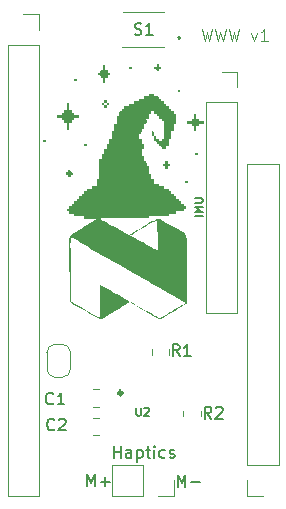
<source format=gbr>
%TF.GenerationSoftware,KiCad,Pcbnew,7.0.5-0*%
%TF.CreationDate,2023-07-31T21:18:35+02:00*%
%TF.ProjectId,wireless-wizard-wand,77697265-6c65-4737-932d-77697a617264,rev?*%
%TF.SameCoordinates,Original*%
%TF.FileFunction,Legend,Top*%
%TF.FilePolarity,Positive*%
%FSLAX46Y46*%
G04 Gerber Fmt 4.6, Leading zero omitted, Abs format (unit mm)*
G04 Created by KiCad (PCBNEW 7.0.5-0) date 2023-07-31 21:18:35*
%MOMM*%
%LPD*%
G01*
G04 APERTURE LIST*
%ADD10C,0.200000*%
%ADD11C,0.175000*%
%ADD12C,0.125000*%
%ADD13C,0.150000*%
%ADD14C,0.120000*%
%ADD15C,0.100000*%
%ADD16C,0.325000*%
G04 APERTURE END LIST*
D10*
X91069673Y-66467219D02*
X91069673Y-65467219D01*
X91069673Y-65943409D02*
X91641101Y-65943409D01*
X91641101Y-66467219D02*
X91641101Y-65467219D01*
X92545863Y-66467219D02*
X92545863Y-65943409D01*
X92545863Y-65943409D02*
X92498244Y-65848171D01*
X92498244Y-65848171D02*
X92403006Y-65800552D01*
X92403006Y-65800552D02*
X92212530Y-65800552D01*
X92212530Y-65800552D02*
X92117292Y-65848171D01*
X92545863Y-66419600D02*
X92450625Y-66467219D01*
X92450625Y-66467219D02*
X92212530Y-66467219D01*
X92212530Y-66467219D02*
X92117292Y-66419600D01*
X92117292Y-66419600D02*
X92069673Y-66324361D01*
X92069673Y-66324361D02*
X92069673Y-66229123D01*
X92069673Y-66229123D02*
X92117292Y-66133885D01*
X92117292Y-66133885D02*
X92212530Y-66086266D01*
X92212530Y-66086266D02*
X92450625Y-66086266D01*
X92450625Y-66086266D02*
X92545863Y-66038647D01*
X93022054Y-65800552D02*
X93022054Y-66800552D01*
X93022054Y-65848171D02*
X93117292Y-65800552D01*
X93117292Y-65800552D02*
X93307768Y-65800552D01*
X93307768Y-65800552D02*
X93403006Y-65848171D01*
X93403006Y-65848171D02*
X93450625Y-65895790D01*
X93450625Y-65895790D02*
X93498244Y-65991028D01*
X93498244Y-65991028D02*
X93498244Y-66276742D01*
X93498244Y-66276742D02*
X93450625Y-66371980D01*
X93450625Y-66371980D02*
X93403006Y-66419600D01*
X93403006Y-66419600D02*
X93307768Y-66467219D01*
X93307768Y-66467219D02*
X93117292Y-66467219D01*
X93117292Y-66467219D02*
X93022054Y-66419600D01*
X93783959Y-65800552D02*
X94164911Y-65800552D01*
X93926816Y-65467219D02*
X93926816Y-66324361D01*
X93926816Y-66324361D02*
X93974435Y-66419600D01*
X93974435Y-66419600D02*
X94069673Y-66467219D01*
X94069673Y-66467219D02*
X94164911Y-66467219D01*
X94498245Y-66467219D02*
X94498245Y-65800552D01*
X94498245Y-65467219D02*
X94450626Y-65514838D01*
X94450626Y-65514838D02*
X94498245Y-65562457D01*
X94498245Y-65562457D02*
X94545864Y-65514838D01*
X94545864Y-65514838D02*
X94498245Y-65467219D01*
X94498245Y-65467219D02*
X94498245Y-65562457D01*
X95403006Y-66419600D02*
X95307768Y-66467219D01*
X95307768Y-66467219D02*
X95117292Y-66467219D01*
X95117292Y-66467219D02*
X95022054Y-66419600D01*
X95022054Y-66419600D02*
X94974435Y-66371980D01*
X94974435Y-66371980D02*
X94926816Y-66276742D01*
X94926816Y-66276742D02*
X94926816Y-65991028D01*
X94926816Y-65991028D02*
X94974435Y-65895790D01*
X94974435Y-65895790D02*
X95022054Y-65848171D01*
X95022054Y-65848171D02*
X95117292Y-65800552D01*
X95117292Y-65800552D02*
X95307768Y-65800552D01*
X95307768Y-65800552D02*
X95403006Y-65848171D01*
X95783959Y-66419600D02*
X95879197Y-66467219D01*
X95879197Y-66467219D02*
X96069673Y-66467219D01*
X96069673Y-66467219D02*
X96164911Y-66419600D01*
X96164911Y-66419600D02*
X96212530Y-66324361D01*
X96212530Y-66324361D02*
X96212530Y-66276742D01*
X96212530Y-66276742D02*
X96164911Y-66181504D01*
X96164911Y-66181504D02*
X96069673Y-66133885D01*
X96069673Y-66133885D02*
X95926816Y-66133885D01*
X95926816Y-66133885D02*
X95831578Y-66086266D01*
X95831578Y-66086266D02*
X95783959Y-65991028D01*
X95783959Y-65991028D02*
X95783959Y-65943409D01*
X95783959Y-65943409D02*
X95831578Y-65848171D01*
X95831578Y-65848171D02*
X95926816Y-65800552D01*
X95926816Y-65800552D02*
X96069673Y-65800552D01*
X96069673Y-65800552D02*
X96164911Y-65848171D01*
D11*
X98605233Y-46018202D02*
X97905233Y-46018202D01*
X98605233Y-45684869D02*
X97905233Y-45684869D01*
X97905233Y-45684869D02*
X98405233Y-45451536D01*
X98405233Y-45451536D02*
X97905233Y-45218202D01*
X97905233Y-45218202D02*
X98605233Y-45218202D01*
X97905233Y-44884869D02*
X98471900Y-44884869D01*
X98471900Y-44884869D02*
X98538566Y-44851536D01*
X98538566Y-44851536D02*
X98571900Y-44818202D01*
X98571900Y-44818202D02*
X98605233Y-44751536D01*
X98605233Y-44751536D02*
X98605233Y-44618202D01*
X98605233Y-44618202D02*
X98571900Y-44551536D01*
X98571900Y-44551536D02*
X98538566Y-44518202D01*
X98538566Y-44518202D02*
X98471900Y-44484869D01*
X98471900Y-44484869D02*
X97905233Y-44484869D01*
D12*
X98525093Y-30171119D02*
X98763188Y-31171119D01*
X98763188Y-31171119D02*
X98953664Y-30456833D01*
X98953664Y-30456833D02*
X99144140Y-31171119D01*
X99144140Y-31171119D02*
X99382236Y-30171119D01*
X99667950Y-30171119D02*
X99906045Y-31171119D01*
X99906045Y-31171119D02*
X100096521Y-30456833D01*
X100096521Y-30456833D02*
X100286997Y-31171119D01*
X100286997Y-31171119D02*
X100525093Y-30171119D01*
X100810807Y-30171119D02*
X101048902Y-31171119D01*
X101048902Y-31171119D02*
X101239378Y-30456833D01*
X101239378Y-30456833D02*
X101429854Y-31171119D01*
X101429854Y-31171119D02*
X101667950Y-30171119D01*
X102715569Y-30504452D02*
X102953664Y-31171119D01*
X102953664Y-31171119D02*
X103191759Y-30504452D01*
X104096521Y-31171119D02*
X103525093Y-31171119D01*
X103810807Y-31171119D02*
X103810807Y-30171119D01*
X103810807Y-30171119D02*
X103715569Y-30313976D01*
X103715569Y-30313976D02*
X103620331Y-30409214D01*
X103620331Y-30409214D02*
X103525093Y-30456833D01*
D13*
X96466779Y-68919819D02*
X96466779Y-67919819D01*
X96466779Y-67919819D02*
X96800112Y-68634104D01*
X96800112Y-68634104D02*
X97133445Y-67919819D01*
X97133445Y-67919819D02*
X97133445Y-68919819D01*
X97609636Y-68538866D02*
X98371541Y-68538866D01*
X88836779Y-68869819D02*
X88836779Y-67869819D01*
X88836779Y-67869819D02*
X89170112Y-68584104D01*
X89170112Y-68584104D02*
X89503445Y-67869819D01*
X89503445Y-67869819D02*
X89503445Y-68869819D01*
X89979636Y-68488866D02*
X90741541Y-68488866D01*
X90360588Y-68869819D02*
X90360588Y-68107914D01*
%TO.C,R1*%
X96633333Y-57854819D02*
X96300000Y-57378628D01*
X96061905Y-57854819D02*
X96061905Y-56854819D01*
X96061905Y-56854819D02*
X96442857Y-56854819D01*
X96442857Y-56854819D02*
X96538095Y-56902438D01*
X96538095Y-56902438D02*
X96585714Y-56950057D01*
X96585714Y-56950057D02*
X96633333Y-57045295D01*
X96633333Y-57045295D02*
X96633333Y-57188152D01*
X96633333Y-57188152D02*
X96585714Y-57283390D01*
X96585714Y-57283390D02*
X96538095Y-57331009D01*
X96538095Y-57331009D02*
X96442857Y-57378628D01*
X96442857Y-57378628D02*
X96061905Y-57378628D01*
X97585714Y-57854819D02*
X97014286Y-57854819D01*
X97300000Y-57854819D02*
X97300000Y-56854819D01*
X97300000Y-56854819D02*
X97204762Y-56997676D01*
X97204762Y-56997676D02*
X97109524Y-57092914D01*
X97109524Y-57092914D02*
X97014286Y-57140533D01*
%TO.C,C1*%
X85933333Y-61859580D02*
X85885714Y-61907200D01*
X85885714Y-61907200D02*
X85742857Y-61954819D01*
X85742857Y-61954819D02*
X85647619Y-61954819D01*
X85647619Y-61954819D02*
X85504762Y-61907200D01*
X85504762Y-61907200D02*
X85409524Y-61811961D01*
X85409524Y-61811961D02*
X85361905Y-61716723D01*
X85361905Y-61716723D02*
X85314286Y-61526247D01*
X85314286Y-61526247D02*
X85314286Y-61383390D01*
X85314286Y-61383390D02*
X85361905Y-61192914D01*
X85361905Y-61192914D02*
X85409524Y-61097676D01*
X85409524Y-61097676D02*
X85504762Y-61002438D01*
X85504762Y-61002438D02*
X85647619Y-60954819D01*
X85647619Y-60954819D02*
X85742857Y-60954819D01*
X85742857Y-60954819D02*
X85885714Y-61002438D01*
X85885714Y-61002438D02*
X85933333Y-61050057D01*
X86885714Y-61954819D02*
X86314286Y-61954819D01*
X86600000Y-61954819D02*
X86600000Y-60954819D01*
X86600000Y-60954819D02*
X86504762Y-61097676D01*
X86504762Y-61097676D02*
X86409524Y-61192914D01*
X86409524Y-61192914D02*
X86314286Y-61240533D01*
%TO.C,C2*%
X86033333Y-64059580D02*
X85985714Y-64107200D01*
X85985714Y-64107200D02*
X85842857Y-64154819D01*
X85842857Y-64154819D02*
X85747619Y-64154819D01*
X85747619Y-64154819D02*
X85604762Y-64107200D01*
X85604762Y-64107200D02*
X85509524Y-64011961D01*
X85509524Y-64011961D02*
X85461905Y-63916723D01*
X85461905Y-63916723D02*
X85414286Y-63726247D01*
X85414286Y-63726247D02*
X85414286Y-63583390D01*
X85414286Y-63583390D02*
X85461905Y-63392914D01*
X85461905Y-63392914D02*
X85509524Y-63297676D01*
X85509524Y-63297676D02*
X85604762Y-63202438D01*
X85604762Y-63202438D02*
X85747619Y-63154819D01*
X85747619Y-63154819D02*
X85842857Y-63154819D01*
X85842857Y-63154819D02*
X85985714Y-63202438D01*
X85985714Y-63202438D02*
X86033333Y-63250057D01*
X86414286Y-63250057D02*
X86461905Y-63202438D01*
X86461905Y-63202438D02*
X86557143Y-63154819D01*
X86557143Y-63154819D02*
X86795238Y-63154819D01*
X86795238Y-63154819D02*
X86890476Y-63202438D01*
X86890476Y-63202438D02*
X86938095Y-63250057D01*
X86938095Y-63250057D02*
X86985714Y-63345295D01*
X86985714Y-63345295D02*
X86985714Y-63440533D01*
X86985714Y-63440533D02*
X86938095Y-63583390D01*
X86938095Y-63583390D02*
X86366667Y-64154819D01*
X86366667Y-64154819D02*
X86985714Y-64154819D01*
D10*
%TO.C,S1*%
X92838095Y-30604600D02*
X92980952Y-30652219D01*
X92980952Y-30652219D02*
X93219047Y-30652219D01*
X93219047Y-30652219D02*
X93314285Y-30604600D01*
X93314285Y-30604600D02*
X93361904Y-30556980D01*
X93361904Y-30556980D02*
X93409523Y-30461742D01*
X93409523Y-30461742D02*
X93409523Y-30366504D01*
X93409523Y-30366504D02*
X93361904Y-30271266D01*
X93361904Y-30271266D02*
X93314285Y-30223647D01*
X93314285Y-30223647D02*
X93219047Y-30176028D01*
X93219047Y-30176028D02*
X93028571Y-30128409D01*
X93028571Y-30128409D02*
X92933333Y-30080790D01*
X92933333Y-30080790D02*
X92885714Y-30033171D01*
X92885714Y-30033171D02*
X92838095Y-29937933D01*
X92838095Y-29937933D02*
X92838095Y-29842695D01*
X92838095Y-29842695D02*
X92885714Y-29747457D01*
X92885714Y-29747457D02*
X92933333Y-29699838D01*
X92933333Y-29699838D02*
X93028571Y-29652219D01*
X93028571Y-29652219D02*
X93266666Y-29652219D01*
X93266666Y-29652219D02*
X93409523Y-29699838D01*
X94361904Y-30652219D02*
X93790476Y-30652219D01*
X94076190Y-30652219D02*
X94076190Y-29652219D01*
X94076190Y-29652219D02*
X93980952Y-29795076D01*
X93980952Y-29795076D02*
X93885714Y-29890314D01*
X93885714Y-29890314D02*
X93790476Y-29937933D01*
D13*
%TO.C,U2*%
X92966666Y-62216033D02*
X92966666Y-62782700D01*
X92966666Y-62782700D02*
X93000000Y-62849366D01*
X93000000Y-62849366D02*
X93033333Y-62882700D01*
X93033333Y-62882700D02*
X93100000Y-62916033D01*
X93100000Y-62916033D02*
X93233333Y-62916033D01*
X93233333Y-62916033D02*
X93300000Y-62882700D01*
X93300000Y-62882700D02*
X93333333Y-62849366D01*
X93333333Y-62849366D02*
X93366666Y-62782700D01*
X93366666Y-62782700D02*
X93366666Y-62216033D01*
X93666666Y-62282700D02*
X93699999Y-62249366D01*
X93699999Y-62249366D02*
X93766666Y-62216033D01*
X93766666Y-62216033D02*
X93933333Y-62216033D01*
X93933333Y-62216033D02*
X93999999Y-62249366D01*
X93999999Y-62249366D02*
X94033333Y-62282700D01*
X94033333Y-62282700D02*
X94066666Y-62349366D01*
X94066666Y-62349366D02*
X94066666Y-62416033D01*
X94066666Y-62416033D02*
X94033333Y-62516033D01*
X94033333Y-62516033D02*
X93633333Y-62916033D01*
X93633333Y-62916033D02*
X94066666Y-62916033D01*
%TO.C,R2*%
X99333333Y-63154819D02*
X99000000Y-62678628D01*
X98761905Y-63154819D02*
X98761905Y-62154819D01*
X98761905Y-62154819D02*
X99142857Y-62154819D01*
X99142857Y-62154819D02*
X99238095Y-62202438D01*
X99238095Y-62202438D02*
X99285714Y-62250057D01*
X99285714Y-62250057D02*
X99333333Y-62345295D01*
X99333333Y-62345295D02*
X99333333Y-62488152D01*
X99333333Y-62488152D02*
X99285714Y-62583390D01*
X99285714Y-62583390D02*
X99238095Y-62631009D01*
X99238095Y-62631009D02*
X99142857Y-62678628D01*
X99142857Y-62678628D02*
X98761905Y-62678628D01*
X99714286Y-62250057D02*
X99761905Y-62202438D01*
X99761905Y-62202438D02*
X99857143Y-62154819D01*
X99857143Y-62154819D02*
X100095238Y-62154819D01*
X100095238Y-62154819D02*
X100190476Y-62202438D01*
X100190476Y-62202438D02*
X100238095Y-62250057D01*
X100238095Y-62250057D02*
X100285714Y-62345295D01*
X100285714Y-62345295D02*
X100285714Y-62440533D01*
X100285714Y-62440533D02*
X100238095Y-62583390D01*
X100238095Y-62583390D02*
X99666667Y-63154819D01*
X99666667Y-63154819D02*
X100285714Y-63154819D01*
%TO.C,G\u002A\u002A\u002A*%
G36*
X94919618Y-46247443D02*
G01*
X95034868Y-46290546D01*
X95110754Y-46327667D01*
X95176820Y-46362922D01*
X95270867Y-46414495D01*
X95388488Y-46479869D01*
X95525277Y-46556527D01*
X95676827Y-46641952D01*
X95838731Y-46733627D01*
X96006583Y-46829035D01*
X96175976Y-46925660D01*
X96342503Y-47020984D01*
X96501757Y-47112492D01*
X96649333Y-47197665D01*
X96780822Y-47273988D01*
X96891819Y-47338943D01*
X96977916Y-47390013D01*
X97034707Y-47424682D01*
X97055041Y-47438123D01*
X97124496Y-47508653D01*
X97176019Y-47605461D01*
X97211527Y-47733398D01*
X97231917Y-47885218D01*
X97235431Y-47944135D01*
X97239176Y-48040913D01*
X97243056Y-48171081D01*
X97246977Y-48330169D01*
X97250843Y-48513705D01*
X97254559Y-48717220D01*
X97258030Y-48936241D01*
X97261161Y-49166298D01*
X97263545Y-49372833D01*
X97266625Y-49655388D01*
X97270207Y-49968071D01*
X97274160Y-50300535D01*
X97278357Y-50642432D01*
X97282668Y-50983413D01*
X97286964Y-51313132D01*
X97291116Y-51621239D01*
X97294996Y-51897387D01*
X97295005Y-51897999D01*
X97297988Y-52125280D01*
X97300255Y-52341134D01*
X97301802Y-52541631D01*
X97302625Y-52722842D01*
X97302722Y-52880837D01*
X97302088Y-53011687D01*
X97300719Y-53111463D01*
X97298613Y-53176234D01*
X97296197Y-53200985D01*
X97239090Y-53333617D01*
X97154348Y-53440798D01*
X97124817Y-53462384D01*
X97062948Y-53502826D01*
X96972945Y-53559606D01*
X96859014Y-53630210D01*
X96725360Y-53712120D01*
X96576186Y-53802821D01*
X96415699Y-53899798D01*
X96248102Y-54000533D01*
X96077601Y-54102512D01*
X95908400Y-54203217D01*
X95744704Y-54300133D01*
X95590719Y-54390745D01*
X95450648Y-54472535D01*
X95328697Y-54542988D01*
X95229071Y-54599589D01*
X95155974Y-54639820D01*
X95118590Y-54658918D01*
X95058500Y-54683822D01*
X95002714Y-54697442D01*
X94945138Y-54698127D01*
X94879680Y-54684224D01*
X94800244Y-54654078D01*
X94700737Y-54606038D01*
X94575065Y-54538451D01*
X94481515Y-54486105D01*
X94387914Y-54433268D01*
X94263293Y-54362876D01*
X94113478Y-54278221D01*
X93944294Y-54182596D01*
X93761565Y-54079294D01*
X93571116Y-53971606D01*
X93378771Y-53862825D01*
X93265499Y-53798753D01*
X92400082Y-53309201D01*
X91677999Y-53736225D01*
X91496032Y-53843901D01*
X91305594Y-53956704D01*
X91114430Y-54070041D01*
X90930279Y-54179317D01*
X90760885Y-54279940D01*
X90613989Y-54367315D01*
X90517630Y-54424736D01*
X90360541Y-54517367D01*
X90233937Y-54588887D01*
X90132769Y-54641196D01*
X90051990Y-54676195D01*
X89986549Y-54695781D01*
X89931399Y-54701856D01*
X89881491Y-54696319D01*
X89834083Y-54681939D01*
X89804235Y-54667257D01*
X89741574Y-54633771D01*
X89650029Y-54583706D01*
X89533531Y-54519281D01*
X89396010Y-54442720D01*
X89241395Y-54356245D01*
X89073616Y-54262077D01*
X88896604Y-54162439D01*
X88714288Y-54059554D01*
X88530597Y-53955643D01*
X88349463Y-53852928D01*
X88174814Y-53753632D01*
X88010581Y-53659977D01*
X87860694Y-53574184D01*
X87729082Y-53498477D01*
X87619676Y-53435076D01*
X87536405Y-53386206D01*
X87483199Y-53354086D01*
X87466645Y-53343277D01*
X87420363Y-53304326D01*
X87386553Y-53260315D01*
X87363132Y-53203899D01*
X87348017Y-53127732D01*
X87339125Y-53024468D01*
X87334375Y-52886762D01*
X87334150Y-52875916D01*
X87333218Y-52814898D01*
X87332070Y-52714694D01*
X87330729Y-52578452D01*
X87329221Y-52409319D01*
X87327569Y-52210442D01*
X87325797Y-51984969D01*
X87323929Y-51736046D01*
X87321990Y-51466821D01*
X87320003Y-51180441D01*
X87317993Y-50880054D01*
X87315983Y-50568806D01*
X87313998Y-50249845D01*
X87313782Y-50214511D01*
X87302460Y-48352418D01*
X87401101Y-48352418D01*
X87401127Y-48552787D01*
X87401500Y-48779761D01*
X87402215Y-49030718D01*
X87403269Y-49303038D01*
X87404656Y-49594099D01*
X87406373Y-49901279D01*
X87408416Y-50221958D01*
X87410522Y-50518904D01*
X87413508Y-50913142D01*
X87416322Y-51267182D01*
X87419004Y-51583157D01*
X87421597Y-51863200D01*
X87424139Y-52109446D01*
X87426670Y-52324029D01*
X87429232Y-52509082D01*
X87431864Y-52666739D01*
X87434606Y-52799134D01*
X87437499Y-52908402D01*
X87440584Y-52996675D01*
X87443899Y-53066088D01*
X87447487Y-53118774D01*
X87451386Y-53156868D01*
X87455637Y-53182503D01*
X87460280Y-53197814D01*
X87461094Y-53199510D01*
X87482133Y-53225783D01*
X87524002Y-53260619D01*
X87590101Y-53306243D01*
X87683830Y-53364882D01*
X87808589Y-53438762D01*
X87954055Y-53522311D01*
X88282567Y-53709040D01*
X88575787Y-53875496D01*
X88835141Y-54022478D01*
X89062057Y-54150783D01*
X89257958Y-54261208D01*
X89424271Y-54354552D01*
X89562423Y-54431611D01*
X89673838Y-54493185D01*
X89759943Y-54540069D01*
X89822163Y-54573063D01*
X89861926Y-54592963D01*
X89880655Y-54600568D01*
X89881708Y-54600697D01*
X89887764Y-54592417D01*
X89892932Y-54565579D01*
X89897282Y-54517409D01*
X89900886Y-54445130D01*
X89903814Y-54345969D01*
X89906138Y-54217150D01*
X89907928Y-54055900D01*
X89909257Y-53859443D01*
X89910194Y-53625004D01*
X89910579Y-53473875D01*
X89911308Y-53249003D01*
X89912490Y-53028642D01*
X89914066Y-52818006D01*
X89915977Y-52622312D01*
X89918163Y-52446777D01*
X89920565Y-52296615D01*
X89923123Y-52177044D01*
X89925778Y-52093278D01*
X89926454Y-52078469D01*
X89939916Y-51810189D01*
X90426750Y-52085972D01*
X90588185Y-52177418D01*
X90765892Y-52278073D01*
X90947752Y-52381074D01*
X91121645Y-52479555D01*
X91275452Y-52566654D01*
X91326333Y-52595465D01*
X91541217Y-52717141D01*
X91726597Y-52822119D01*
X91889810Y-52914554D01*
X92038192Y-52998604D01*
X92179080Y-53078423D01*
X92319810Y-53158169D01*
X92467719Y-53241996D01*
X92596333Y-53314896D01*
X92729318Y-53390218D01*
X92888143Y-53480080D01*
X93061766Y-53578242D01*
X93239146Y-53678461D01*
X93409242Y-53774497D01*
X93495916Y-53823401D01*
X93660999Y-53916543D01*
X93842889Y-54019213D01*
X94029627Y-54124658D01*
X94209256Y-54226124D01*
X94369818Y-54316859D01*
X94437833Y-54355312D01*
X94580329Y-54435330D01*
X94691674Y-54496262D01*
X94777155Y-54540570D01*
X94842061Y-54570719D01*
X94891679Y-54589171D01*
X94931294Y-54598390D01*
X94964836Y-54600841D01*
X94989550Y-54599212D01*
X95018207Y-54593034D01*
X95054198Y-54580490D01*
X95100912Y-54559764D01*
X95161741Y-54529040D01*
X95240074Y-54486502D01*
X95339300Y-54430333D01*
X95462810Y-54358717D01*
X95613994Y-54269839D01*
X95796242Y-54161881D01*
X95906753Y-54096209D01*
X96085231Y-53990091D01*
X96257571Y-53887661D01*
X96419312Y-53791570D01*
X96565993Y-53704466D01*
X96693150Y-53628997D01*
X96796323Y-53567814D01*
X96871050Y-53523564D01*
X96906667Y-53502540D01*
X96997867Y-53445392D01*
X97068287Y-53394280D01*
X97112847Y-53353402D01*
X97126468Y-53326961D01*
X97124106Y-53322772D01*
X97104664Y-53311161D01*
X97051601Y-53280427D01*
X96968088Y-53232385D01*
X96857297Y-53168849D01*
X96722399Y-53091634D01*
X96566565Y-53002556D01*
X96392966Y-52903430D01*
X96204774Y-52796071D01*
X96005161Y-52682294D01*
X95983000Y-52669668D01*
X95840931Y-52588711D01*
X95664081Y-52487896D01*
X95454431Y-52368356D01*
X95213965Y-52231221D01*
X94944664Y-52077622D01*
X94648511Y-51908691D01*
X94327489Y-51725559D01*
X93983579Y-51529357D01*
X93618764Y-51321217D01*
X93235027Y-51102269D01*
X92834351Y-50873644D01*
X92418716Y-50636475D01*
X91990107Y-50391891D01*
X91550505Y-50141025D01*
X91101893Y-49885007D01*
X90646253Y-49624969D01*
X90185568Y-49362041D01*
X89721820Y-49097356D01*
X89256991Y-48832044D01*
X88793064Y-48567236D01*
X88332022Y-48304063D01*
X87918741Y-48068144D01*
X87421567Y-47784329D01*
X87406308Y-47841383D01*
X87404541Y-47869411D01*
X87403141Y-47937150D01*
X87402103Y-48041978D01*
X87401425Y-48181275D01*
X87401101Y-48352418D01*
X87302460Y-48352418D01*
X87299402Y-47849438D01*
X87356072Y-47733610D01*
X87379188Y-47689172D01*
X87404366Y-47649781D01*
X87415838Y-47636057D01*
X92469719Y-47636057D01*
X92487645Y-47647709D01*
X92538754Y-47677765D01*
X92619219Y-47724080D01*
X92725209Y-47784510D01*
X92852897Y-47856912D01*
X92998453Y-47939142D01*
X93158049Y-48029056D01*
X93327855Y-48124510D01*
X93504044Y-48223361D01*
X93682786Y-48323464D01*
X93860253Y-48422675D01*
X94032615Y-48518852D01*
X94196043Y-48609849D01*
X94346710Y-48693524D01*
X94480786Y-48767732D01*
X94594442Y-48830329D01*
X94683850Y-48879172D01*
X94745180Y-48912116D01*
X94774605Y-48927019D01*
X94776500Y-48927673D01*
X94778152Y-48907237D01*
X94779269Y-48848094D01*
X94779864Y-48753866D01*
X94779944Y-48628175D01*
X94779522Y-48474646D01*
X94778607Y-48296899D01*
X94777209Y-48098557D01*
X94775340Y-47883244D01*
X94773009Y-47654582D01*
X94772796Y-47635241D01*
X94770113Y-47405292D01*
X94767301Y-47188125D01*
X94764427Y-46987401D01*
X94761556Y-46806779D01*
X94758754Y-46649918D01*
X94756086Y-46520478D01*
X94753619Y-46422118D01*
X94751418Y-46358497D01*
X94749548Y-46333276D01*
X94749423Y-46333034D01*
X94726439Y-46335238D01*
X94679148Y-46351430D01*
X94655296Y-46361432D01*
X94620640Y-46379227D01*
X94555127Y-46415296D01*
X94462632Y-46467378D01*
X94347032Y-46533211D01*
X94212201Y-46610538D01*
X94062017Y-46697095D01*
X93900354Y-46790625D01*
X93731089Y-46888865D01*
X93558097Y-46989555D01*
X93385254Y-47090436D01*
X93216437Y-47189247D01*
X93055520Y-47283727D01*
X92906380Y-47371616D01*
X92772893Y-47450654D01*
X92658934Y-47518580D01*
X92568379Y-47573134D01*
X92505105Y-47612056D01*
X92472987Y-47633085D01*
X92469719Y-47636057D01*
X87415838Y-47636057D01*
X87435972Y-47611971D01*
X87478373Y-47572276D01*
X87535936Y-47527231D01*
X87613027Y-47473370D01*
X87714013Y-47407227D01*
X87843260Y-47325338D01*
X87971416Y-47245240D01*
X88100391Y-47164640D01*
X88255297Y-47067469D01*
X88426350Y-46959886D01*
X88603767Y-46848050D01*
X88777765Y-46738122D01*
X88921119Y-46647325D01*
X89061653Y-46558956D01*
X89194480Y-46476886D01*
X89314373Y-46404233D01*
X89416104Y-46344114D01*
X89494446Y-46299648D01*
X89544173Y-46273953D01*
X89553489Y-46270097D01*
X89669609Y-46245369D01*
X89798773Y-46243376D01*
X89919941Y-46263822D01*
X89955363Y-46275748D01*
X89989800Y-46292268D01*
X90057686Y-46327532D01*
X90155518Y-46379633D01*
X90279790Y-46446667D01*
X90426997Y-46526725D01*
X90593634Y-46617902D01*
X90776195Y-46718292D01*
X90971177Y-46825988D01*
X91175073Y-46939084D01*
X91178166Y-46940803D01*
X91379790Y-47052801D01*
X91570621Y-47158650D01*
X91747414Y-47256561D01*
X91906924Y-47344744D01*
X92045908Y-47421411D01*
X92161120Y-47484771D01*
X92249316Y-47533035D01*
X92307253Y-47564413D01*
X92331685Y-47577116D01*
X92332068Y-47577263D01*
X92353759Y-47568158D01*
X92408709Y-47539486D01*
X92493657Y-47493087D01*
X92605340Y-47430804D01*
X92740497Y-47354477D01*
X92895866Y-47265948D01*
X93068186Y-47167058D01*
X93254193Y-47059648D01*
X93434792Y-46954782D01*
X93633587Y-46839285D01*
X93824070Y-46729072D01*
X94002642Y-46626194D01*
X94165703Y-46532705D01*
X94309656Y-46450656D01*
X94430900Y-46382100D01*
X94525838Y-46329090D01*
X94590870Y-46293676D01*
X94619807Y-46279006D01*
X94722419Y-46242697D01*
X94818912Y-46231835D01*
X94919618Y-46247443D01*
G37*
G36*
X94263208Y-35661358D02*
G01*
X94469583Y-35667416D01*
X94476003Y-35767205D01*
X94482424Y-35866994D01*
X94687670Y-35873038D01*
X94892916Y-35879083D01*
X94891586Y-35979625D01*
X94890256Y-36080166D01*
X94992128Y-36080166D01*
X95094000Y-36080166D01*
X95094000Y-36186000D01*
X95094000Y-36291833D01*
X95199833Y-36291833D01*
X95305666Y-36291833D01*
X95305666Y-36397666D01*
X95305666Y-36503500D01*
X95411500Y-36503500D01*
X95517333Y-36503500D01*
X95517333Y-36609333D01*
X95517333Y-36715166D01*
X95623166Y-36715166D01*
X95729000Y-36715166D01*
X95729000Y-36821000D01*
X95729000Y-36926833D01*
X95834833Y-36926833D01*
X95940666Y-36926833D01*
X95940666Y-37032666D01*
X95940666Y-37138500D01*
X96046500Y-37138500D01*
X96152333Y-37138500D01*
X96152333Y-37244333D01*
X96152333Y-37350166D01*
X96258166Y-37350166D01*
X96364000Y-37350166D01*
X96364000Y-37773500D01*
X96364000Y-38196833D01*
X96258166Y-38196833D01*
X96152333Y-38196833D01*
X96152333Y-38511847D01*
X96152333Y-38826862D01*
X96051791Y-38825738D01*
X95951250Y-38824614D01*
X95945397Y-39147583D01*
X95939544Y-39470551D01*
X95839563Y-39463400D01*
X95739583Y-39456250D01*
X95733732Y-39767321D01*
X95727881Y-40078392D01*
X95627898Y-40084821D01*
X95527916Y-40091250D01*
X95521465Y-40191791D01*
X95515013Y-40292333D01*
X95316250Y-40292333D01*
X95117486Y-40292333D01*
X95111034Y-40191791D01*
X95104583Y-40091250D01*
X95004041Y-40084798D01*
X94903500Y-40078347D01*
X94903500Y-39973673D01*
X94903500Y-39869000D01*
X94798826Y-39869000D01*
X94694152Y-39869000D01*
X94687701Y-39768458D01*
X94681250Y-39667916D01*
X94580708Y-39661465D01*
X94480166Y-39655013D01*
X94480166Y-39455090D01*
X94480166Y-39255166D01*
X94575416Y-39255166D01*
X94670666Y-39255166D01*
X94670666Y-39359893D01*
X94670666Y-39464621D01*
X94781791Y-39471018D01*
X94892916Y-39477416D01*
X94899413Y-39579068D01*
X94905910Y-39680721D01*
X95005246Y-39674318D01*
X95104583Y-39667916D01*
X95111034Y-39567375D01*
X95117486Y-39466833D01*
X95222159Y-39466833D01*
X95326833Y-39466833D01*
X95326833Y-38726000D01*
X95326833Y-37985166D01*
X95221000Y-37985166D01*
X95115166Y-37985166D01*
X95115166Y-37879333D01*
X95115166Y-37773500D01*
X95009333Y-37773500D01*
X94903500Y-37773500D01*
X94903500Y-37667666D01*
X94903500Y-37561833D01*
X94797666Y-37561833D01*
X94691833Y-37561833D01*
X94691833Y-37456000D01*
X94691833Y-37350166D01*
X94586000Y-37350166D01*
X94480166Y-37350166D01*
X94480166Y-37244333D01*
X94480166Y-37138500D01*
X94363750Y-37138500D01*
X94247333Y-37138500D01*
X94247333Y-37244333D01*
X94247333Y-37350166D01*
X94152849Y-37350166D01*
X94058366Y-37350166D01*
X94052308Y-37556541D01*
X94046250Y-37762916D01*
X93940052Y-37769143D01*
X93833855Y-37775370D01*
X93841821Y-37933122D01*
X93845622Y-38042980D01*
X93842004Y-38117475D01*
X93828091Y-38163333D01*
X93801008Y-38187281D01*
X93757881Y-38196044D01*
X93729113Y-38196833D01*
X93635032Y-38196833D01*
X93628974Y-38403208D01*
X93622916Y-38609583D01*
X93523127Y-38616003D01*
X93423339Y-38622424D01*
X93417294Y-38827670D01*
X93411250Y-39032916D01*
X93310708Y-39039368D01*
X93210166Y-39045819D01*
X93210166Y-39256326D01*
X93210166Y-39466833D01*
X93316000Y-39466833D01*
X93421833Y-39466833D01*
X93421833Y-39678500D01*
X93421833Y-39890166D01*
X93527666Y-39890166D01*
X93633500Y-39890166D01*
X93633500Y-40091250D01*
X93633500Y-40292333D01*
X93527666Y-40292333D01*
X93421833Y-40292333D01*
X93421833Y-40620416D01*
X93421833Y-40948500D01*
X93527666Y-40948500D01*
X93633500Y-40948500D01*
X93633465Y-41154875D01*
X93633431Y-41361250D01*
X93734007Y-41361250D01*
X93834583Y-41361250D01*
X93845166Y-41571369D01*
X93855750Y-41781488D01*
X93951000Y-41783035D01*
X94046250Y-41784583D01*
X94052101Y-42095654D01*
X94057952Y-42406726D01*
X94155664Y-42413154D01*
X94253376Y-42419583D01*
X94249137Y-42624809D01*
X94244898Y-42830036D01*
X94357241Y-42836476D01*
X94469583Y-42842916D01*
X94475632Y-43048534D01*
X94481681Y-43254151D01*
X94687299Y-43260200D01*
X94892916Y-43266250D01*
X94894487Y-43361500D01*
X94896057Y-43456750D01*
X95100862Y-43462808D01*
X95305666Y-43468866D01*
X95305666Y-43573933D01*
X95305666Y-43679000D01*
X95517333Y-43679000D01*
X95729000Y-43679000D01*
X95729000Y-43784833D01*
X95729000Y-43890666D01*
X95834833Y-43890666D01*
X95940666Y-43890666D01*
X95940666Y-43996500D01*
X95940666Y-44102333D01*
X96046500Y-44102333D01*
X96152333Y-44102333D01*
X96152333Y-44208166D01*
X96152333Y-44314000D01*
X96258166Y-44314000D01*
X96364000Y-44314000D01*
X96364000Y-44419833D01*
X96364000Y-44525666D01*
X96469833Y-44525666D01*
X96575666Y-44525666D01*
X96575666Y-44631500D01*
X96575666Y-44737333D01*
X96681500Y-44737333D01*
X96787333Y-44737333D01*
X96787333Y-44843166D01*
X96787333Y-44949000D01*
X96893166Y-44949000D01*
X96999000Y-44949000D01*
X96999000Y-45054833D01*
X96999000Y-45160666D01*
X97104833Y-45160666D01*
X97210666Y-45160666D01*
X97210666Y-45266500D01*
X97210666Y-45372333D01*
X97104833Y-45372333D01*
X96999000Y-45372333D01*
X96999000Y-45467583D01*
X96999000Y-45562833D01*
X96682606Y-45562833D01*
X96366212Y-45562833D01*
X96359814Y-45673958D01*
X96353416Y-45785083D01*
X96046500Y-45788601D01*
X95739583Y-45792118D01*
X95733141Y-45888900D01*
X95726700Y-45985682D01*
X94888299Y-45991216D01*
X94049898Y-45996750D01*
X94048074Y-46097372D01*
X94046250Y-46197994D01*
X91310458Y-46203205D01*
X88574666Y-46208416D01*
X88574666Y-46097291D01*
X88574666Y-45986166D01*
X88151333Y-45986166D01*
X87728000Y-45986166D01*
X87728000Y-45891683D01*
X87728000Y-45797199D01*
X87521625Y-45791141D01*
X87315250Y-45785083D01*
X87304666Y-45679250D01*
X87294083Y-45573416D01*
X87193541Y-45566965D01*
X87093000Y-45560513D01*
X87093000Y-45466423D01*
X87093000Y-45372333D01*
X87198833Y-45372333D01*
X87304666Y-45372333D01*
X87304666Y-45266500D01*
X87304666Y-45160666D01*
X87410500Y-45160666D01*
X87516333Y-45160666D01*
X87516333Y-45054833D01*
X87516333Y-44949000D01*
X87622166Y-44949000D01*
X87728000Y-44949000D01*
X87728000Y-44843166D01*
X87728000Y-44737333D01*
X87833833Y-44737333D01*
X87939666Y-44737333D01*
X87939666Y-44631500D01*
X87939666Y-44525666D01*
X88045500Y-44525666D01*
X88151333Y-44525666D01*
X88151333Y-44419833D01*
X88151333Y-44314000D01*
X88257166Y-44314000D01*
X88363000Y-44314000D01*
X88363000Y-44208166D01*
X88363000Y-44102333D01*
X88468833Y-44102333D01*
X88574666Y-44102333D01*
X88574666Y-43996500D01*
X88574666Y-43890666D01*
X88680500Y-43890666D01*
X88786333Y-43890666D01*
X88786333Y-43784833D01*
X88786333Y-43679000D01*
X88998000Y-43679000D01*
X89209666Y-43679000D01*
X89209666Y-43573166D01*
X89209666Y-43467333D01*
X89421333Y-43467333D01*
X89633000Y-43467333D01*
X89633000Y-43150993D01*
X89633000Y-42834652D01*
X89733541Y-42828201D01*
X89834083Y-42821750D01*
X89839619Y-41992108D01*
X89845155Y-41162466D01*
X89944544Y-41156024D01*
X90043932Y-41149583D01*
X90037862Y-40944373D01*
X90031791Y-40739162D01*
X90144604Y-40732706D01*
X90257416Y-40726250D01*
X90257416Y-40519845D01*
X90257416Y-40313441D01*
X90357958Y-40313470D01*
X90458500Y-40313500D01*
X90458500Y-40102939D01*
X90458500Y-39892378D01*
X90569625Y-39885981D01*
X90680750Y-39879583D01*
X90680750Y-39673179D01*
X90680750Y-39466774D01*
X90781291Y-39466804D01*
X90881833Y-39466833D01*
X90881833Y-39150439D01*
X90881833Y-38834045D01*
X90989921Y-38827647D01*
X91098008Y-38821250D01*
X91094781Y-38509041D01*
X91091554Y-38196833D01*
X91198360Y-38196833D01*
X91305166Y-38196833D01*
X91305166Y-37879333D01*
X91305166Y-37561833D01*
X91410233Y-37561833D01*
X91515300Y-37561833D01*
X91521358Y-37355458D01*
X91527416Y-37149083D01*
X91627958Y-37142631D01*
X91728500Y-37136180D01*
X91728500Y-37031506D01*
X91728500Y-36926833D01*
X91834333Y-36926833D01*
X91940166Y-36926833D01*
X91940166Y-36821000D01*
X91940166Y-36715166D01*
X92151833Y-36715166D01*
X92363500Y-36715166D01*
X92363500Y-36609333D01*
X92363500Y-36503500D01*
X92575166Y-36503500D01*
X92786833Y-36503500D01*
X92786833Y-36397666D01*
X92786833Y-36291833D01*
X92998500Y-36291833D01*
X93210166Y-36291833D01*
X93210166Y-36186000D01*
X93210166Y-36080166D01*
X93421833Y-36080166D01*
X93633500Y-36080166D01*
X93633500Y-35974333D01*
X93633500Y-35868500D01*
X93845166Y-35868500D01*
X94056833Y-35868500D01*
X94056833Y-35761900D01*
X94056833Y-35655300D01*
X94263208Y-35661358D01*
G37*
G36*
X97226541Y-43026965D02*
G01*
X97327083Y-43033416D01*
X97333534Y-43133958D01*
X97339986Y-43234500D01*
X97232993Y-43234500D01*
X97126000Y-43234500D01*
X97126000Y-43127506D01*
X97126000Y-43020513D01*
X97226541Y-43026965D01*
G37*
G36*
X87299375Y-42095631D02*
G01*
X87399916Y-42102083D01*
X87406322Y-42201510D01*
X87412728Y-42300938D01*
X87512155Y-42307344D01*
X87611583Y-42313750D01*
X87618034Y-42414291D01*
X87624486Y-42514833D01*
X87517493Y-42514833D01*
X87410500Y-42514833D01*
X87410500Y-42620666D01*
X87410500Y-42726500D01*
X87304666Y-42726500D01*
X87198833Y-42726500D01*
X87198833Y-42620666D01*
X87198833Y-42514833D01*
X87093000Y-42514833D01*
X86987166Y-42514833D01*
X86987166Y-42409000D01*
X86987166Y-42303166D01*
X87093000Y-42303166D01*
X87198833Y-42303166D01*
X87198833Y-42196173D01*
X87198833Y-42089180D01*
X87299375Y-42095631D01*
G37*
G36*
X95644333Y-41467083D02*
G01*
X95654916Y-41572916D01*
X95750166Y-41572916D01*
X95845416Y-41572916D01*
X95851868Y-41673458D01*
X95858319Y-41774000D01*
X95751326Y-41774000D01*
X95644333Y-41774000D01*
X95644333Y-41879833D01*
X95644333Y-41985666D01*
X95538500Y-41985666D01*
X95432666Y-41985666D01*
X95432666Y-41879833D01*
X95432666Y-41774000D01*
X95325673Y-41774000D01*
X95218680Y-41774000D01*
X95225131Y-41673458D01*
X95231583Y-41572916D01*
X95326833Y-41572916D01*
X95422083Y-41572916D01*
X95432666Y-41467083D01*
X95443250Y-41361250D01*
X95538500Y-41361250D01*
X95633750Y-41361250D01*
X95644333Y-41467083D01*
G37*
G36*
X98163166Y-40726250D02*
G01*
X98163166Y-40821500D01*
X98057333Y-40821500D01*
X97951500Y-40821500D01*
X97951500Y-40726250D01*
X97951500Y-40631000D01*
X98057333Y-40631000D01*
X98163166Y-40631000D01*
X98163166Y-40726250D01*
G37*
G36*
X88765166Y-39985416D02*
G01*
X88765166Y-40080666D01*
X88669916Y-40080666D01*
X88574666Y-40080666D01*
X88574666Y-39985416D01*
X88574666Y-39890166D01*
X88669916Y-39890166D01*
X88765166Y-39890166D01*
X88765166Y-39985416D01*
G37*
G36*
X85293833Y-39667916D02*
G01*
X85293833Y-39763166D01*
X85188000Y-39763166D01*
X85082166Y-39763166D01*
X85082166Y-39667916D01*
X85082166Y-39572666D01*
X85188000Y-39572666D01*
X85293833Y-39572666D01*
X85293833Y-39667916D01*
G37*
G36*
X94369041Y-38835965D02*
G01*
X94469583Y-38842416D01*
X94475669Y-39038208D01*
X94481755Y-39234000D01*
X94375127Y-39234000D01*
X94268500Y-39234000D01*
X94268500Y-39031756D01*
X94268500Y-38829513D01*
X94369041Y-38835965D01*
G37*
G36*
X98057333Y-37561833D02*
G01*
X98057333Y-37773500D01*
X98162060Y-37773500D01*
X98266787Y-37773500D01*
X98273185Y-37882346D01*
X98279583Y-37991192D01*
X98485958Y-37986939D01*
X98692333Y-37982685D01*
X98692333Y-38089759D01*
X98692333Y-38196833D01*
X98480666Y-38196833D01*
X98269000Y-38196833D01*
X98269000Y-38302666D01*
X98269000Y-38408500D01*
X98163166Y-38408500D01*
X98057333Y-38408500D01*
X98057333Y-38620166D01*
X98057333Y-38831833D01*
X97962083Y-38831833D01*
X97866833Y-38831833D01*
X97866833Y-38620166D01*
X97866833Y-38408500D01*
X97761000Y-38408500D01*
X97655166Y-38408500D01*
X97655166Y-38302666D01*
X97655166Y-38196833D01*
X97443500Y-38196833D01*
X97231833Y-38196833D01*
X97231833Y-38089759D01*
X97231833Y-37982685D01*
X97438208Y-37986939D01*
X97644583Y-37991192D01*
X97650981Y-37882346D01*
X97657378Y-37773500D01*
X97762106Y-37773500D01*
X97866833Y-37773500D01*
X97866833Y-37561833D01*
X97866833Y-37350166D01*
X97962083Y-37350166D01*
X98057333Y-37350166D01*
X98057333Y-37561833D01*
G37*
G36*
X87193541Y-36401798D02*
G01*
X87294083Y-36408250D01*
X87299934Y-36719321D01*
X87305785Y-37030392D01*
X87405767Y-37036821D01*
X87505750Y-37043250D01*
X87512155Y-37142677D01*
X87518561Y-37242104D01*
X87617989Y-37248510D01*
X87717416Y-37254916D01*
X87723837Y-37354705D01*
X87730257Y-37454494D01*
X87935503Y-37460538D01*
X88140750Y-37466583D01*
X88140750Y-37561833D01*
X88140750Y-37657083D01*
X87935503Y-37663127D01*
X87730257Y-37669172D01*
X87723837Y-37768961D01*
X87717416Y-37868750D01*
X87617989Y-37875155D01*
X87518561Y-37881561D01*
X87512155Y-37980989D01*
X87505750Y-38080416D01*
X87405767Y-38086845D01*
X87305785Y-38093273D01*
X87299934Y-38404345D01*
X87294083Y-38715416D01*
X87193541Y-38721868D01*
X87093000Y-38728319D01*
X87093000Y-38409659D01*
X87093000Y-38091000D01*
X86987166Y-38091000D01*
X86881333Y-38091000D01*
X86881333Y-37985166D01*
X86881333Y-37879333D01*
X86775500Y-37879333D01*
X86669666Y-37879333D01*
X86669666Y-37773500D01*
X86669666Y-37667666D01*
X86458000Y-37667666D01*
X86246333Y-37667666D01*
X86246333Y-37561833D01*
X86246333Y-37456000D01*
X86458000Y-37456000D01*
X86669666Y-37456000D01*
X86669666Y-37350166D01*
X86669666Y-37244333D01*
X86775500Y-37244333D01*
X86881333Y-37244333D01*
X86881333Y-37138500D01*
X86881333Y-37032666D01*
X86987166Y-37032666D01*
X87093000Y-37032666D01*
X87093000Y-36714006D01*
X87093000Y-36395347D01*
X87193541Y-36401798D01*
G37*
G36*
X90670166Y-36503500D02*
G01*
X90670166Y-36609333D01*
X90564333Y-36609333D01*
X90458500Y-36609333D01*
X90458500Y-36715166D01*
X90458500Y-36821000D01*
X90362585Y-36821000D01*
X90290633Y-36814097D01*
X90256446Y-36793834D01*
X90255260Y-36791264D01*
X90249238Y-36750378D01*
X90250450Y-36692685D01*
X90250633Y-36690723D01*
X90257391Y-36647809D01*
X90274854Y-36626038D01*
X90314999Y-36616787D01*
X90357958Y-36613465D01*
X90458500Y-36607013D01*
X90458500Y-36502340D01*
X90458500Y-36397666D01*
X90564333Y-36397666D01*
X90670166Y-36397666D01*
X90670166Y-36503500D01*
G37*
G36*
X90458500Y-36290673D02*
G01*
X90458500Y-36397666D01*
X90352666Y-36397666D01*
X90246833Y-36397666D01*
X90246833Y-36504659D01*
X90246833Y-36611652D01*
X90146291Y-36605201D01*
X90045750Y-36598750D01*
X90045750Y-36503500D01*
X90045750Y-36408250D01*
X90145177Y-36401844D01*
X90244604Y-36395438D01*
X90251010Y-36296010D01*
X90257416Y-36196583D01*
X90357958Y-36190131D01*
X90458500Y-36183680D01*
X90458500Y-36290673D01*
G37*
G36*
X96681500Y-35392250D02*
G01*
X96681500Y-35487500D01*
X96586250Y-35487500D01*
X96491000Y-35487500D01*
X96491000Y-35392250D01*
X96491000Y-35297000D01*
X96586250Y-35297000D01*
X96681500Y-35297000D01*
X96681500Y-35392250D01*
G37*
G36*
X90252125Y-33243804D02*
G01*
X90352666Y-33243833D01*
X90352666Y-33455500D01*
X90352666Y-33667166D01*
X90457340Y-33667166D01*
X90562013Y-33667166D01*
X90568465Y-33767708D01*
X90574916Y-33868250D01*
X90675458Y-33874701D01*
X90776000Y-33881152D01*
X90776000Y-33975243D01*
X90776000Y-34069333D01*
X90670166Y-34069333D01*
X90564333Y-34069333D01*
X90564333Y-34175166D01*
X90564333Y-34281000D01*
X90458500Y-34281000D01*
X90352666Y-34281000D01*
X90352666Y-34492666D01*
X90352666Y-34704333D01*
X90252125Y-34704362D01*
X90151583Y-34704391D01*
X90151583Y-34497987D01*
X90151583Y-34291583D01*
X90047254Y-34281000D01*
X89942924Y-34270416D01*
X89941420Y-34175166D01*
X89939916Y-34079916D01*
X89841420Y-34073548D01*
X89742924Y-34067180D01*
X89735508Y-33973932D01*
X89728092Y-33880684D01*
X89834004Y-33874467D01*
X89939916Y-33868250D01*
X89939916Y-33773000D01*
X89939916Y-33677750D01*
X90045750Y-33667166D01*
X90151583Y-33656583D01*
X90151583Y-33450179D01*
X90151583Y-33243774D01*
X90252125Y-33243804D01*
G37*
G36*
X87939666Y-34503250D02*
G01*
X87939666Y-34598500D01*
X87833833Y-34598500D01*
X87728000Y-34598500D01*
X87728000Y-34503250D01*
X87728000Y-34408000D01*
X87833833Y-34408000D01*
X87939666Y-34408000D01*
X87939666Y-34503250D01*
G37*
G36*
X94900409Y-33238541D02*
G01*
X94894122Y-33339083D01*
X94999352Y-33349666D01*
X95104583Y-33360250D01*
X95104583Y-33450235D01*
X95104583Y-33540221D01*
X95004041Y-33540194D01*
X94903500Y-33540166D01*
X94903500Y-33646000D01*
X94903500Y-33751833D01*
X94798826Y-33751833D01*
X94694152Y-33751833D01*
X94687701Y-33651291D01*
X94681250Y-33550750D01*
X94580708Y-33544298D01*
X94480166Y-33537847D01*
X94480166Y-33443756D01*
X94480166Y-33349666D01*
X94586000Y-33349666D01*
X94691833Y-33349666D01*
X94691833Y-33243833D01*
X94691833Y-33138000D01*
X94799265Y-33138000D01*
X94906697Y-33138000D01*
X94900409Y-33238541D01*
G37*
G36*
X92575166Y-33444916D02*
G01*
X92575166Y-33540166D01*
X92469333Y-33540166D01*
X92363500Y-33540166D01*
X92363500Y-33444916D01*
X92363500Y-33349666D01*
X92469333Y-33349666D01*
X92575166Y-33349666D01*
X92575166Y-33444916D01*
G37*
D14*
%TO.C,R1*%
X94265000Y-57285436D02*
X94265000Y-57739564D01*
X95735000Y-57285436D02*
X95735000Y-57739564D01*
%TO.C,J2*%
X105030000Y-67090000D02*
X105030000Y-41630000D01*
X105030000Y-67090000D02*
X102370000Y-67090000D01*
X105030000Y-41630000D02*
X102370000Y-41630000D01*
X103700000Y-69690000D02*
X102370000Y-69690000D01*
X102370000Y-69690000D02*
X102370000Y-68360000D01*
X102370000Y-67090000D02*
X102370000Y-41630000D01*
%TO.C,J4*%
X98870000Y-36370000D02*
X98870000Y-54210000D01*
X98870000Y-36370000D02*
X101530000Y-36370000D01*
X98870000Y-54210000D02*
X101530000Y-54210000D01*
X100200000Y-33770000D02*
X101530000Y-33770000D01*
X101530000Y-33770000D02*
X101530000Y-35100000D01*
X101530000Y-36370000D02*
X101530000Y-54210000D01*
%TO.C,C1*%
X89811252Y-62135000D02*
X89288748Y-62135000D01*
X89811252Y-60665000D02*
X89288748Y-60665000D01*
%TO.C,C2*%
X89811252Y-63065000D02*
X89288748Y-63065000D01*
X89811252Y-64535000D02*
X89288748Y-64535000D01*
D10*
%TO.C,S1*%
X96600000Y-31000000D02*
X96600000Y-31000000D01*
X96600000Y-30800000D02*
X96600000Y-30800000D01*
D15*
X95350000Y-31650000D02*
X91800000Y-31650000D01*
X95350000Y-28750000D02*
X91850000Y-28750000D01*
D10*
X96600000Y-30800000D02*
G75*
G03*
X96600000Y-31000000I0J-100000D01*
G01*
X96600000Y-31000000D02*
G75*
G03*
X96600000Y-30800000I0J100000D01*
G01*
D14*
%TO.C,J1*%
X82070000Y-31530000D02*
X82070000Y-69690000D01*
X82070000Y-31530000D02*
X84730000Y-31530000D01*
X82070000Y-69690000D02*
X84730000Y-69690000D01*
X83400000Y-28930000D02*
X84730000Y-28930000D01*
X84730000Y-28930000D02*
X84730000Y-30260000D01*
X84730000Y-31530000D02*
X84730000Y-69690000D01*
%TO.C,J3*%
X93530000Y-67055000D02*
X90930000Y-67055000D01*
X93530000Y-67055000D02*
X93530000Y-69715000D01*
X90930000Y-67055000D02*
X90930000Y-69715000D01*
X96130000Y-68385000D02*
X96130000Y-69715000D01*
X96130000Y-69715000D02*
X94800000Y-69715000D01*
X93530000Y-69715000D02*
X90930000Y-69715000D01*
D16*
%TO.C,U2*%
X91788000Y-60975000D02*
G75*
G03*
X91788000Y-60975000I-162500J0D01*
G01*
D14*
%TO.C,R2*%
X98435000Y-62939564D02*
X98435000Y-62485436D01*
X96965000Y-62939564D02*
X96965000Y-62485436D01*
%TO.C,JP1*%
X86700000Y-59650000D02*
X86100000Y-59650000D01*
X85400000Y-58950000D02*
X85400000Y-57550000D01*
X87400000Y-57550000D02*
X87400000Y-58950000D01*
X86100000Y-56850000D02*
X86700000Y-56850000D01*
X85400000Y-58950000D02*
G75*
G03*
X86100000Y-59650000I699999J-1D01*
G01*
X86700000Y-59650000D02*
G75*
G03*
X87400000Y-58950000I1J699999D01*
G01*
X86100000Y-56850000D02*
G75*
G03*
X85400000Y-57550000I0J-700000D01*
G01*
X87400000Y-57550000D02*
G75*
G03*
X86700000Y-56850000I-700000J0D01*
G01*
%TD*%
M02*

</source>
